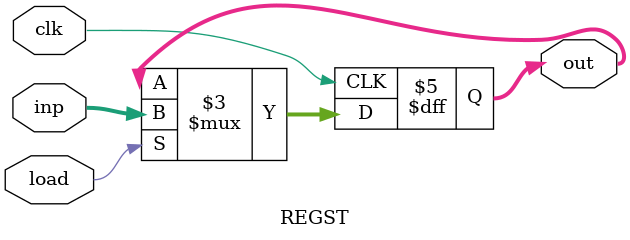
<source format=v>
module REGST (inp, out, clk, load);

  input [15:0] inp;
  output reg [15:0] out;
  input clk, load;
  
  always @(posedge clk) begin
    if (load == 1)
      out <= inp;
  end

endmodule
</source>
